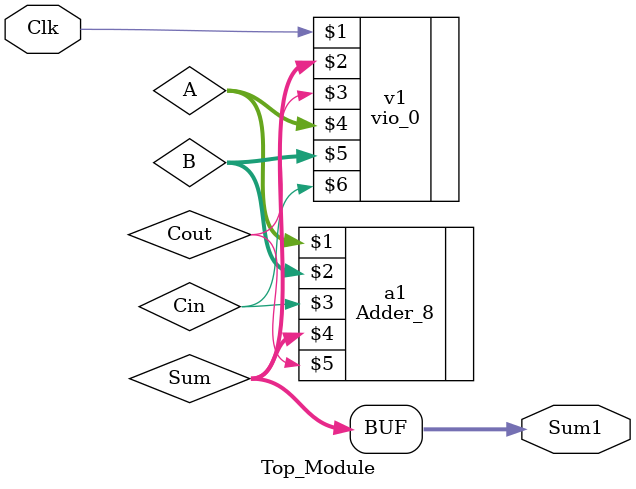
<source format=v>
`timescale 1ns / 1ps


module Top_Module(
    input Clk,
    output [7:0] Sum1
    ); 
    
    wire[7:0]A;
    wire[7:0]B;
    wire Cin;
    wire[7:0]Sum;
    wire Cout; 
    
    Adder_8 a1(A,B,Cin,Sum,Cout);
    vio_0 v1(Clk,Sum,Cout,A,B,Cin);
    assign Sum1=Sum;
    
endmodule

</source>
